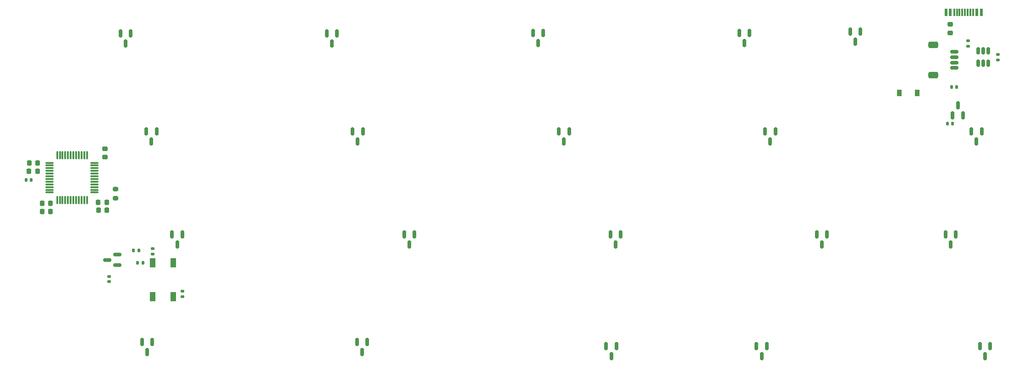
<source format=gbr>
%TF.GenerationSoftware,KiCad,Pcbnew,(6.0.4)*%
%TF.CreationDate,2022-12-31T18:56:14+01:00*%
%TF.ProjectId,PeppyQAZ,50657070-7951-4415-9a2e-6b696361645f,rev?*%
%TF.SameCoordinates,Original*%
%TF.FileFunction,Paste,Bot*%
%TF.FilePolarity,Positive*%
%FSLAX46Y46*%
G04 Gerber Fmt 4.6, Leading zero omitted, Abs format (unit mm)*
G04 Created by KiCad (PCBNEW (6.0.4)) date 2022-12-31 18:56:14*
%MOMM*%
%LPD*%
G01*
G04 APERTURE LIST*
G04 Aperture macros list*
%AMRoundRect*
0 Rectangle with rounded corners*
0 $1 Rounding radius*
0 $2 $3 $4 $5 $6 $7 $8 $9 X,Y pos of 4 corners*
0 Add a 4 corners polygon primitive as box body*
4,1,4,$2,$3,$4,$5,$6,$7,$8,$9,$2,$3,0*
0 Add four circle primitives for the rounded corners*
1,1,$1+$1,$2,$3*
1,1,$1+$1,$4,$5*
1,1,$1+$1,$6,$7*
1,1,$1+$1,$8,$9*
0 Add four rect primitives between the rounded corners*
20,1,$1+$1,$2,$3,$4,$5,0*
20,1,$1+$1,$4,$5,$6,$7,0*
20,1,$1+$1,$6,$7,$8,$9,0*
20,1,$1+$1,$8,$9,$2,$3,0*%
G04 Aperture macros list end*
%ADD10RoundRect,0.225000X0.225000X0.250000X-0.225000X0.250000X-0.225000X-0.250000X0.225000X-0.250000X0*%
%ADD11RoundRect,0.150000X-0.150000X0.587500X-0.150000X-0.587500X0.150000X-0.587500X0.150000X0.587500X0*%
%ADD12RoundRect,0.150000X0.625000X-0.150000X0.625000X0.150000X-0.625000X0.150000X-0.625000X-0.150000X0*%
%ADD13RoundRect,0.250000X0.650000X-0.350000X0.650000X0.350000X-0.650000X0.350000X-0.650000X-0.350000X0*%
%ADD14RoundRect,0.135000X0.135000X0.185000X-0.135000X0.185000X-0.135000X-0.185000X0.135000X-0.185000X0*%
%ADD15RoundRect,0.150000X0.150000X-0.512500X0.150000X0.512500X-0.150000X0.512500X-0.150000X-0.512500X0*%
%ADD16RoundRect,0.200000X0.275000X-0.200000X0.275000X0.200000X-0.275000X0.200000X-0.275000X-0.200000X0*%
%ADD17RoundRect,0.140000X0.140000X0.170000X-0.140000X0.170000X-0.140000X-0.170000X0.140000X-0.170000X0*%
%ADD18RoundRect,0.135000X-0.185000X0.135000X-0.185000X-0.135000X0.185000X-0.135000X0.185000X0.135000X0*%
%ADD19RoundRect,0.225000X-0.250000X0.225000X-0.250000X-0.225000X0.250000X-0.225000X0.250000X0.225000X0*%
%ADD20RoundRect,0.150000X0.150000X-0.587500X0.150000X0.587500X-0.150000X0.587500X-0.150000X-0.587500X0*%
%ADD21R,1.000000X1.700000*%
%ADD22RoundRect,0.150000X0.587500X0.150000X-0.587500X0.150000X-0.587500X-0.150000X0.587500X-0.150000X0*%
%ADD23RoundRect,0.218750X0.256250X-0.218750X0.256250X0.218750X-0.256250X0.218750X-0.256250X-0.218750X0*%
%ADD24RoundRect,0.135000X0.185000X-0.135000X0.185000X0.135000X-0.185000X0.135000X-0.185000X-0.135000X0*%
%ADD25RoundRect,0.140000X0.170000X-0.140000X0.170000X0.140000X-0.170000X0.140000X-0.170000X-0.140000X0*%
%ADD26RoundRect,0.075000X-0.662500X-0.075000X0.662500X-0.075000X0.662500X0.075000X-0.662500X0.075000X0*%
%ADD27RoundRect,0.075000X-0.075000X-0.662500X0.075000X-0.662500X0.075000X0.662500X-0.075000X0.662500X0*%
%ADD28R,0.600000X1.450000*%
%ADD29R,0.300000X1.450000*%
%ADD30RoundRect,0.140000X-0.170000X0.140000X-0.170000X-0.140000X0.170000X-0.140000X0.170000X0.140000X0*%
%ADD31RoundRect,0.140000X-0.140000X-0.170000X0.140000X-0.170000X0.140000X0.170000X-0.140000X0.170000X0*%
%ADD32R,0.900000X1.200000*%
G04 APERTURE END LIST*
D10*
%TO.C,C_VDDIO1*%
X55235000Y-97070000D03*
X53685000Y-97070000D03*
%TD*%
D11*
%TO.C,D13*%
X175262500Y-123681250D03*
X177162500Y-123681250D03*
X176212500Y-125556250D03*
%TD*%
D12*
%TO.C,J1*%
X211763500Y-72236500D03*
X211763500Y-71236500D03*
X211763500Y-70236500D03*
X211763500Y-69236500D03*
D13*
X207888500Y-67936500D03*
X207888500Y-73536500D03*
%TD*%
D11*
%TO.C,D7*%
X110175000Y-103043750D03*
X112075000Y-103043750D03*
X111125000Y-104918750D03*
%TD*%
%TO.C,D3*%
X67312500Y-103043750D03*
X69212500Y-103043750D03*
X68262500Y-104918750D03*
%TD*%
D14*
%TO.C,R2*%
X61190000Y-106030000D03*
X60170000Y-106030000D03*
%TD*%
D15*
%TO.C,U3*%
X218100000Y-71362500D03*
X217150000Y-71362500D03*
X216200000Y-71362500D03*
X216200000Y-69087500D03*
X217150000Y-69087500D03*
X218100000Y-69087500D03*
%TD*%
D10*
%TO.C,C_VDDA1*%
X42465000Y-89860000D03*
X40915000Y-89860000D03*
%TD*%
D16*
%TO.C,R_USB1*%
X56890000Y-96305000D03*
X56890000Y-94655000D03*
%TD*%
D11*
%TO.C,D16*%
X186375000Y-103043750D03*
X188275000Y-103043750D03*
X187325000Y-104918750D03*
%TD*%
%TO.C,D9*%
X147481250Y-123681250D03*
X149381250Y-123681250D03*
X148431250Y-125556250D03*
%TD*%
D17*
%TO.C,C3*%
X212255000Y-75800000D03*
X211295000Y-75800000D03*
%TD*%
D10*
%TO.C,C_VDDA2*%
X42450000Y-91370000D03*
X40900000Y-91370000D03*
%TD*%
%TO.C,C_VDDIO2*%
X55240000Y-98560000D03*
X53690000Y-98560000D03*
%TD*%
D11*
%TO.C,D1*%
X57787500Y-65881250D03*
X59687500Y-65881250D03*
X58737500Y-67756250D03*
%TD*%
%TO.C,D8*%
X101443750Y-122887500D03*
X103343750Y-122887500D03*
X102393750Y-124762500D03*
%TD*%
%TO.C,D2*%
X62550000Y-83993750D03*
X64450000Y-83993750D03*
X63500000Y-85868750D03*
%TD*%
D18*
%TO.C,R5*%
X219868750Y-69715000D03*
X219868750Y-70735000D03*
%TD*%
D17*
%TO.C,C2*%
X41270000Y-92940000D03*
X40310000Y-92940000D03*
%TD*%
D11*
%TO.C,D6*%
X100650000Y-83993750D03*
X102550000Y-83993750D03*
X101600000Y-85868750D03*
%TD*%
%TO.C,D10*%
X133987500Y-65737500D03*
X135887500Y-65737500D03*
X134937500Y-67612500D03*
%TD*%
%TO.C,D5*%
X95887500Y-65881250D03*
X97787500Y-65881250D03*
X96837500Y-67756250D03*
%TD*%
%TO.C,D18*%
X192540000Y-65502500D03*
X194440000Y-65502500D03*
X193490000Y-67377500D03*
%TD*%
D19*
%TO.C,C_VDD1*%
X54910000Y-87185000D03*
X54910000Y-88735000D03*
%TD*%
D20*
%TO.C,U2*%
X213400000Y-81012500D03*
X211500000Y-81012500D03*
X212450000Y-79137500D03*
%TD*%
D21*
%TO.C,SW1*%
X67530000Y-108270000D03*
X67530000Y-114570000D03*
X63730000Y-114570000D03*
X63730000Y-108270000D03*
%TD*%
D11*
%TO.C,D19*%
X214950000Y-83993750D03*
X216850000Y-83993750D03*
X215900000Y-85868750D03*
%TD*%
D10*
%TO.C,C_VDD3*%
X44860000Y-98810000D03*
X43310000Y-98810000D03*
%TD*%
D11*
%TO.C,D4*%
X61756250Y-122887500D03*
X63656250Y-122887500D03*
X62706250Y-124762500D03*
%TD*%
D22*
%TO.C,Q1*%
X57185000Y-106790000D03*
X57185000Y-108690000D03*
X55310000Y-107740000D03*
%TD*%
D11*
%TO.C,D12*%
X148275000Y-103043750D03*
X150175000Y-103043750D03*
X149225000Y-104918750D03*
%TD*%
D18*
%TO.C,R4*%
X214325000Y-67205000D03*
X214325000Y-68225000D03*
%TD*%
D23*
%TO.C,F1*%
X211075000Y-65762500D03*
X211075000Y-64187500D03*
%TD*%
D11*
%TO.C,D14*%
X172087500Y-65737500D03*
X173987500Y-65737500D03*
X173037500Y-67612500D03*
%TD*%
D24*
%TO.C,R3*%
X69240000Y-114570000D03*
X69240000Y-113550000D03*
%TD*%
D11*
%TO.C,D15*%
X176850000Y-83993750D03*
X178750000Y-83993750D03*
X177800000Y-85868750D03*
%TD*%
D25*
%TO.C,C2*%
X55650000Y-111770000D03*
X55650000Y-110810000D03*
%TD*%
D11*
%TO.C,D11*%
X138750000Y-83993750D03*
X140650000Y-83993750D03*
X139700000Y-85868750D03*
%TD*%
D14*
%TO.C,R1*%
X61960000Y-108270000D03*
X60940000Y-108270000D03*
%TD*%
D10*
%TO.C,C_VDD2*%
X44855000Y-97290000D03*
X43305000Y-97290000D03*
%TD*%
D26*
%TO.C,U1*%
X44667500Y-95280000D03*
X44667500Y-94780000D03*
X44667500Y-94280000D03*
X44667500Y-93780000D03*
X44667500Y-93280000D03*
X44667500Y-92780000D03*
X44667500Y-92280000D03*
X44667500Y-91780000D03*
X44667500Y-91280000D03*
X44667500Y-90780000D03*
X44667500Y-90280000D03*
X44667500Y-89780000D03*
D27*
X46080000Y-88367500D03*
X46580000Y-88367500D03*
X47080000Y-88367500D03*
X47580000Y-88367500D03*
X48080000Y-88367500D03*
X48580000Y-88367500D03*
X49080000Y-88367500D03*
X49580000Y-88367500D03*
X50080000Y-88367500D03*
X50580000Y-88367500D03*
X51080000Y-88367500D03*
X51580000Y-88367500D03*
D26*
X52992500Y-89780000D03*
X52992500Y-90280000D03*
X52992500Y-90780000D03*
X52992500Y-91280000D03*
X52992500Y-91780000D03*
X52992500Y-92280000D03*
X52992500Y-92780000D03*
X52992500Y-93280000D03*
X52992500Y-93780000D03*
X52992500Y-94280000D03*
X52992500Y-94780000D03*
X52992500Y-95280000D03*
D27*
X51580000Y-96692500D03*
X51080000Y-96692500D03*
X50580000Y-96692500D03*
X50080000Y-96692500D03*
X49580000Y-96692500D03*
X49080000Y-96692500D03*
X48580000Y-96692500D03*
X48080000Y-96692500D03*
X47580000Y-96692500D03*
X47080000Y-96692500D03*
X46580000Y-96692500D03*
X46080000Y-96692500D03*
%TD*%
D28*
%TO.C,J2*%
X210268750Y-61988750D03*
X211068750Y-61988750D03*
D29*
X212268750Y-61988750D03*
X213268750Y-61988750D03*
X213768750Y-61988750D03*
X214768750Y-61988750D03*
D28*
X215968750Y-61988750D03*
X216768750Y-61988750D03*
X216768750Y-61988750D03*
X215968750Y-61988750D03*
D29*
X215268750Y-61988750D03*
X214268750Y-61988750D03*
X212768750Y-61988750D03*
X211768750Y-61988750D03*
D28*
X211068750Y-61988750D03*
X210268750Y-61988750D03*
%TD*%
D11*
%TO.C,D17*%
X216537500Y-123681250D03*
X218437500Y-123681250D03*
X217487500Y-125556250D03*
%TD*%
D30*
%TO.C,C1*%
X63740000Y-105670000D03*
X63740000Y-106630000D03*
%TD*%
D31*
%TO.C,C4*%
X210540000Y-82500000D03*
X211500000Y-82500000D03*
%TD*%
D11*
%TO.C,D20*%
X210187500Y-103043750D03*
X212087500Y-103043750D03*
X211137500Y-104918750D03*
%TD*%
D32*
%TO.C,D_PWR1*%
X204930000Y-76850000D03*
X201630000Y-76850000D03*
%TD*%
M02*

</source>
